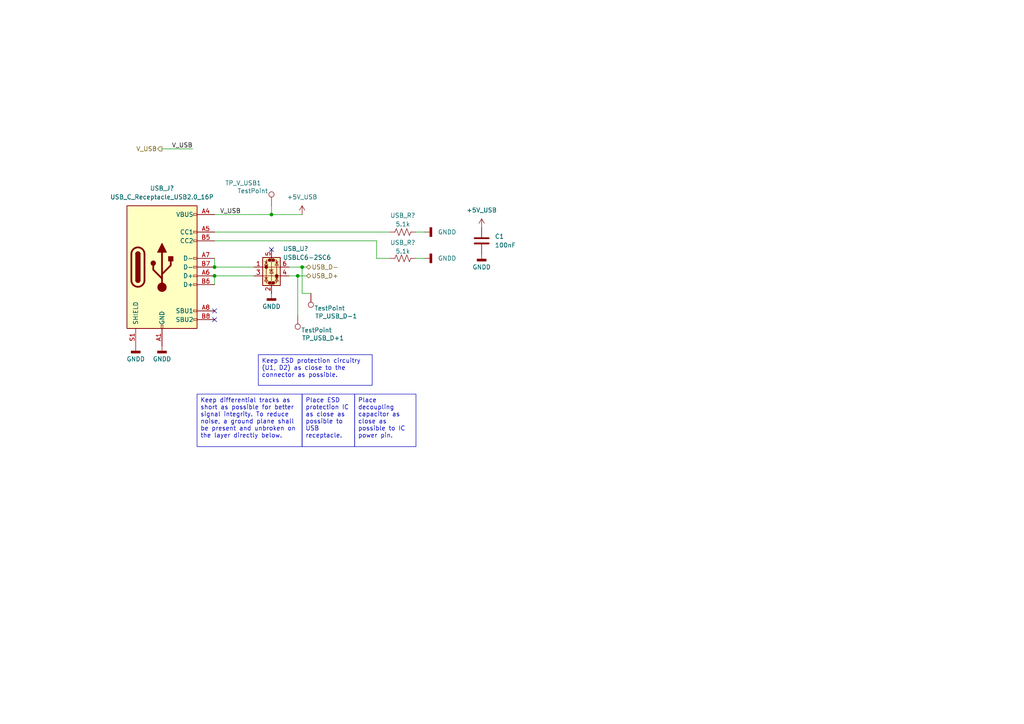
<source format=kicad_sch>
(kicad_sch (version 20250114) (generator "eeschema") (generator_version "9.0")
  (paper "A4")
  (title_block (title "Ride-Along Module") (date "2025-04-10") (rev "1") (company "Rowan Rocketry"))
  (lib_symbols
    (symbol "Connector:TestPoint" (pin_numbers (hide yes)) (pin_names (offset 0.762) (hide yes))
      (property "Reference" "TP" (at 0 6.858 0))
      (property "Value" "TestPoint" (at 0 5.08 0))
      (symbol "TestPoint_0_1"
        (circle (center 0 3.302) (radius 0.762))
      )
      (symbol "TestPoint_1_1"
        (pin passive line (at 0 0 90) (length 2.54) (name "1") (number "1"))
      )
    )
    (symbol "Connector:USB_C_Receptacle_USB2.0_16P" (pin_names (offset 1.016))
      (property "Reference" "J" (at 0 22.225 0))
      (property "Value" "USB_C_Receptacle_USB2.0_16P" (at 0 19.685 0))
      (symbol "USB_C_Receptacle_USB2.0_16P_0_0"
        (rectangle (start -0.254 -17.78) (end 0.254 -16.764))
        (rectangle (start 10.16 15.494) (end 9.144 14.986))
        (rectangle (start 10.16 10.414) (end 9.144 9.906))
        (rectangle (start 10.16 7.874) (end 9.144 7.366))
        (rectangle (start 10.16 2.794) (end 9.144 2.286))
        (rectangle (start 10.16 0.254) (end 9.144 -0.254))
        (rectangle (start 10.16 -2.286) (end 9.144 -2.794))
        (rectangle (start 10.16 -4.826) (end 9.144 -5.334))
        (rectangle (start 10.16 -12.446) (end 9.144 -12.954))
        (rectangle (start 10.16 -14.986) (end 9.144 -15.494))
      )
      (symbol "USB_C_Receptacle_USB2.0_16P_0_1"
        (rectangle (start -10.16 17.78) (end 10.16 -17.78) (stroke (width 0.254)) (fill (type background)))
        (polyline (pts (xy -8.89 -3.81) (xy -8.89 3.81)) (stroke (width 0.508)))
        (rectangle (start -7.62 -3.81) (end -6.35 3.81) (stroke (width 0.254)) (fill (type outline)))
        (arc (start -7.62 3.81) (mid -6.985 4.4423) (end -6.35 3.81) (stroke (width 0.254)))
        (arc (start -7.62 3.81) (mid -6.985 4.4423) (end -6.35 3.81) (stroke (width 0.254)) (fill (type outline)))
        (arc (start -8.89 3.81) (mid -6.985 5.7067) (end -5.08 3.81) (stroke (width 0.508)))
        (arc (start -5.08 -3.81) (mid -6.985 -5.7067) (end -8.89 -3.81) (stroke (width 0.508)))
        (arc (start -6.35 -3.81) (mid -6.985 -4.4423) (end -7.62 -3.81) (stroke (width 0.254)))
        (arc (start -6.35 -3.81) (mid -6.985 -4.4423) (end -7.62 -3.81) (stroke (width 0.254)) (fill (type outline)))
        (polyline (pts (xy -5.08 3.81) (xy -5.08 -3.81)) (stroke (width 0.508)))
        (circle (center -2.54 1.143) (radius 0.635) (stroke (width 0.254)) (fill (type outline)))
        (polyline (pts (xy -1.27 4.318) (xy 0 6.858) (xy 1.27 4.318) (xy -1.27 4.318)) (stroke (width 0.254)) (fill (type outline)))
        (polyline (pts (xy 0 -2.032) (xy 2.54 0.508) (xy 2.54 1.778)) (stroke (width 0.508)))
        (polyline (pts (xy 0 -3.302) (xy -2.54 -0.762) (xy -2.54 0.508)) (stroke (width 0.508)))
        (polyline (pts (xy 0 -5.842) (xy 0 4.318)) (stroke (width 0.508)))
        (circle (center 0 -5.842) (radius 1.27) (fill (type outline)))
        (rectangle (start 1.905 1.778) (end 3.175 3.048) (stroke (width 0.254)) (fill (type outline)))
      )
      (symbol "USB_C_Receptacle_USB2.0_16P_1_1"
        (pin passive line (at -7.62 -22.86 90) (length 5.08) (name "SHIELD") (number "S1"))
        (pin passive line (at 0 -22.86 90) (length 5.08) (name "GND") (number "A1"))
        (pin passive line (at 0 -22.86 90) (length 5.08) (hide yes) (name "GND") (number "A12"))
        (pin passive line (at 0 -22.86 90) (length 5.08) (hide yes) (name "GND") (number "B1"))
        (pin passive line (at 0 -22.86 90) (length 5.08) (hide yes) (name "GND") (number "B12"))
        (pin passive line (at 15.24 15.24 180) (length 5.08) (name "VBUS") (number "A4"))
        (pin passive line (at 15.24 15.24 180) (length 5.08) (hide yes) (name "VBUS") (number "A9"))
        (pin passive line (at 15.24 15.24 180) (length 5.08) (hide yes) (name "VBUS") (number "B4"))
        (pin passive line (at 15.24 15.24 180) (length 5.08) (hide yes) (name "VBUS") (number "B9"))
        (pin bidirectional line (at 15.24 10.16 180) (length 5.08) (name "CC1") (number "A5"))
        (pin bidirectional line (at 15.24 7.62 180) (length 5.08) (name "CC2") (number "B5"))
        (pin bidirectional line (at 15.24 2.54 180) (length 5.08) (name "D-") (number "A7"))
        (pin bidirectional line (at 15.24 0 180) (length 5.08) (name "D-") (number "B7"))
        (pin bidirectional line (at 15.24 -2.54 180) (length 5.08) (name "D+") (number "A6"))
        (pin bidirectional line (at 15.24 -5.08 180) (length 5.08) (name "D+") (number "B6"))
        (pin bidirectional line (at 15.24 -12.7 180) (length 5.08) (name "SBU1") (number "A8"))
        (pin bidirectional line (at 15.24 -15.24 180) (length 5.08) (name "SBU2") (number "B8"))
      )
    )
    (symbol "Device:C" (pin_numbers (hide yes)) (pin_names (offset 0.254))
      (property "Reference" "C" (at 0.635 2.54 0))
      (property "Value" "C" (at 0.635 -2.54 0))
      (symbol "C_0_1"
        (polyline (pts (xy -2.032 0.762) (xy 2.032 0.762)) (stroke (width 0.508)))
        (polyline (pts (xy -2.032 -0.762) (xy 2.032 -0.762)) (stroke (width 0.508)))
      )
      (symbol "C_1_1"
        (pin passive line (at 0 3.81 270) (length 2.794) (name "~") (number "1"))
        (pin passive line (at 0 -3.81 90) (length 2.794) (name "~") (number "2"))
      )
    )
    (symbol "Device:R_US" (pin_numbers (hide yes)) (pin_names (offset 0))
      (property "Reference" "R" (at 2.54 0 90))
      (property "Value" "R_US" (at -2.54 0 90))
      (symbol "R_US_0_1"
        (polyline (pts (xy 0 2.286) (xy 0 2.54)))
        (polyline (pts (xy 0 2.286) (xy 1.016 1.905) (xy 0 1.524) (xy -1.016 1.143) (xy 0 0.762)))
        (polyline (pts (xy 0 0.762) (xy 1.016 0.381) (xy 0 0) (xy -1.016 -0.381) (xy 0 -0.762)))
        (polyline (pts (xy 0 -0.762) (xy 1.016 -1.143) (xy 0 -1.524) (xy -1.016 -1.905) (xy 0 -2.286)))
        (polyline (pts (xy 0 -2.286) (xy 0 -2.54)))
      )
      (symbol "R_US_1_1"
        (pin passive line (at 0 3.81 270) (length 1.27) (name "~") (number "1"))
        (pin passive line (at 0 -3.81 90) (length 1.27) (name "~") (number "2"))
      )
    )
    (symbol "Power_Protection:USBLC6-2SC6" (pin_names (hide yes))
      (property "Reference" "U" (at 0.635 5.715 0))
      (property "Value" "USBLC6-2SC6" (at 0.635 3.81 0))
      (symbol "USBLC6-2SC6_0_0"
        (circle (center -1.524 0) (radius 0.0001) (stroke (width 0.508)))
        (circle (center -0.508 2.032) (radius 0.0001) (stroke (width 0.508)))
        (circle (center -0.508 -4.572) (radius 0.0001) (stroke (width 0.508)))
        (circle (center 0.508 2.032) (radius 0.0001) (stroke (width 0.508)))
        (circle (center 0.508 -4.572) (radius 0.0001) (stroke (width 0.508)))
        (circle (center 1.524 -2.54) (radius 0.0001) (stroke (width 0.508)))
      )
      (symbol "USBLC6-2SC6_0_1"
        (polyline (pts (xy -2.54 0) (xy 2.54 0)))
        (polyline (pts (xy -2.54 -2.54) (xy 2.54 -2.54)))
        (polyline (pts (xy -2.032 0.508) (xy -1.016 0.508) (xy -1.524 1.524) (xy -2.032 0.508)))
        (polyline (pts (xy -2.032 -3.048) (xy -1.016 -3.048)))
        (polyline (pts (xy -1.016 1.524) (xy -2.032 1.524)))
        (polyline (pts (xy -1.016 -4.064) (xy -2.032 -4.064) (xy -1.524 -3.048) (xy -1.016 -4.064)))
        (polyline (pts (xy -0.508 -1.143) (xy -0.508 -0.762) (xy 0.508 -0.762)))
        (polyline (pts (xy 0 2.54) (xy -0.508 2.032) (xy 0.508 2.032) (xy 0 1.524) (xy 0 -4.064) (xy -0.508 -4.572) (xy 0.508 -4.572) (xy 0 -5.08)))
        (polyline (pts (xy 0.508 -1.778) (xy -0.508 -1.778) (xy 0 -0.762) (xy 0.508 -1.778)))
        (polyline (pts (xy 1.016 1.524) (xy 2.032 1.524)))
        (polyline (pts (xy 1.016 -3.048) (xy 2.032 -3.048)))
        (polyline (pts (xy 2.032 0.508) (xy 1.016 0.508) (xy 1.524 1.524) (xy 2.032 0.508)))
        (polyline (pts (xy 2.032 -4.064) (xy 1.016 -4.064) (xy 1.524 -3.048) (xy 2.032 -4.064)))
      )
      (symbol "USBLC6-2SC6_1_1"
        (rectangle (start -2.54 2.794) (end 2.54 -5.334) (stroke (width 0.254)) (fill (type background)))
        (polyline (pts (xy -0.508 2.032) (xy -1.524 2.032) (xy -1.524 -4.572) (xy -0.508 -4.572)))
        (polyline (pts (xy 0.508 -4.572) (xy 1.524 -4.572) (xy 1.524 2.032) (xy 0.508 2.032)))
        (pin passive line (at -5.08 0 0) (length 2.54) (name "I/O1") (number "1"))
        (pin passive line (at -5.08 -2.54 0) (length 2.54) (name "I/O2") (number "3"))
        (pin passive line (at 0 5.08 270) (length 2.54) (name "VBUS") (number "5"))
        (pin passive line (at 0 -7.62 90) (length 2.54) (name "GND") (number "2"))
        (pin passive line (at 5.08 0 180) (length 2.54) (name "I/O1") (number "6"))
        (pin passive line (at 5.08 -2.54 180) (length 2.54) (name "I/O2") (number "4"))
      )
    )
    (symbol "power:+5V" (power) (pin_numbers (hide yes)) (pin_names (offset 0) (hide yes))
      (property "Value" "+5V" (at 0 3.556 0))
      (symbol "+5V_0_1"
        (polyline (pts (xy -0.762 1.27) (xy 0 2.54)))
        (polyline (pts (xy 0 2.54) (xy 0.762 1.27)))
        (polyline (pts (xy 0 0) (xy 0 2.54)))
      )
      (symbol "+5V_1_1"
        (pin power_in line (at 0 0 90) (length 0) (name "~") (number "1"))
      )
    )
    (symbol "power:GNDD" (power) (pin_numbers (hide yes)) (pin_names (offset 0) (hide yes))
      (property "Value" "GNDD" (at 0 -3.175 0))
      (symbol "GNDD_0_1"
        (rectangle (start -1.27 -1.524) (end 1.27 -2.032) (stroke (width 0.254)) (fill (type outline)))
        (polyline (pts (xy 0 0) (xy 0 -1.524)))
      )
      (symbol "GNDD_1_1"
        (pin power_in line (at 0 0 270) (length 0) (name "~") (number "1"))
      )
    )
  )
  (text_box "Place decoupling capacitor as close as possible to IC power pin." (at 102.87 114.3 0) (size 17.78 15.24) (margins 0.9525 0.9525 0.9525 0.9525) (effects (font (size 1.27 1.27)) (justify left top)))
  (text_box "Keep differential tracks as short as possible for better signal integrity. To reduce noise, a ground plane shall be present and unbroken on the layer directly below." (at 57.15 114.3 0) (size 30.48 15.24) (margins 0.9525 0.9525 0.9525 0.9525) (effects (font (size 1.27 1.27)) (justify left top)))
  (text_box "Place ESD protection IC as close as possible to USB receptacle." (at 87.63 114.3 0) (size 15.24 15.24) (margins 0.9525 0.9525 0.9525 0.9525) (effects (font (size 1.27 1.27)) (justify left top)))
  (text_box "Keep ESD protection circuitry (U1, D2) as close to the connector as possible." (at 74.93 102.87 0) (size 33.02 8.89) (margins 0.9525 0.9525 0.9525 0.9525) (effects (font (size 1.27 1.27)) (justify left top)))
  (junction (at 62.23 77.47))
  (junction (at 78.74 62.23))
  (junction (at 86.36 80.01))
  (junction (at 87.63 77.47))
  (junction (at 62.23 80.01))
  (no_connect (at 78.74 72.39))
  (no_connect (at 62.23 90.17))
  (no_connect (at 62.23 92.71))
  (wire (pts (xy 62.23 62.23) (xy 78.74 62.23)))
  (wire (pts (xy 88.9 80.01) (xy 86.36 80.01)))
  (wire (pts (xy 78.74 59.69) (xy 78.74 62.23)))
  (wire (pts (xy 87.63 77.47) (xy 87.63 85.09)))
  (wire (pts (xy 55.88 43.18) (xy 46.99 43.18)))
  (wire (pts (xy 120.65 74.93) (xy 123.19 74.93)))
  (wire (pts (xy 86.36 80.01) (xy 83.82 80.01)))
  (wire (pts (xy 88.9 77.47) (xy 87.63 77.47)))
  (wire (pts (xy 87.63 85.09) (xy 90.17 85.09)))
  (wire (pts (xy 62.23 80.01) (xy 73.66 80.01)))
  (wire (pts (xy 109.22 69.85) (xy 109.22 74.93)))
  (wire (pts (xy 87.63 77.47) (xy 83.82 77.47)))
  (wire (pts (xy 62.23 69.85) (xy 109.22 69.85)))
  (wire (pts (xy 62.23 74.93) (xy 62.23 77.47)))
  (wire (pts (xy 86.36 80.01) (xy 86.36 91.44)))
  (wire (pts (xy 120.65 67.31) (xy 123.19 67.31)))
  (wire (pts (xy 78.74 62.23) (xy 87.63 62.23)))
  (wire (pts (xy 62.23 82.55) (xy 62.23 80.01)))
  (wire (pts (xy 109.22 74.93) (xy 113.03 74.93)))
  (wire (pts (xy 62.23 67.31) (xy 113.03 67.31)))
  (wire (pts (xy 62.23 77.47) (xy 73.66 77.47)))
  (label "V_USB" (at 69.85 62.23 180))
  (label "V_USB" (at 55.88 43.18 180))
  (hierarchical_label "USB_D-" (shape bidirectional) (at 88.9 77.47 0))
  (hierarchical_label "V_USB" (shape output) (at 46.99 43.18 180))
  (hierarchical_label "USB_D+" (shape bidirectional) (at 88.9 80.01 0))
  (symbol (lib_id "Power_Protection:USBLC6-2SC6") (at 78.74 77.47 0) (unit 1)
    (property "Reference" "U2" (at 82.042 72.136 0) (effects (justify left)))
    (property "Value" "USBLC6-2SC6" (at 82.042 74.676 0) (effects (justify left)))
    (property "Footprint" "Package_TO_SOT_SMD:SOT-23-6" (effects (hide yes)))
    (property "Datasheet" "https://www.st.com/resource/en/datasheet/usblc6-2.pdf" (effects (hide yes)))
    (property "Description" "Very low capacitance ESD protection diode, 2 data-line, SOT-23-6" (effects (hide yes)))
    (property "Purchase" "https://www.digikey.com/en/products/detail/stmicroelectronics/USBLC6-2SC6/1040559" (effects (hide yes)))
    (instances (project "Radio-Module" (path "" (reference "USB_U?") (unit 1))) (project "Radio-Module" (path "" (reference "U2") (unit 1))) (project "Main-Module" (path "" (reference "USB_U1") (unit 1))))
  )
  (symbol (lib_id "Connector:USB_C_Receptacle_USB2.0_16P") (at 46.99 77.47 0) (unit 1)
    (property "Reference" "J3" (at 46.99 54.61 0))
    (property "Value" "USB_C_Receptacle_USB2.0_16P" (at 46.99 57.15 0))
    (property "Footprint" "Connector_USB:USB_C_Receptacle_GCT_USB4105-xx-A_16P_TopMnt_Horizontal" (effects (hide yes)))
    (property "Datasheet" "https://www.usb.org/sites/default/files/documents/usb_type-c.zip" (effects (hide yes)))
    (property "Description" "USB 2.0-only 16P Type-C Receptacle connector" (effects (hide yes)))
    (property "Purchase" "https://www.digikey.com/en/products/detail/gct/USB4105-GF-A/11198441" (effects (hide yes)))
    (instances (project "Radio-Module" (path "" (reference "USB_J?") (unit 1))) (project "Radio-Module" (path "" (reference "J3") (unit 1))) (project "Main-Module" (path "" (reference "USB_J1") (unit 1))))
  )
  (symbol (lib_id "power:GNDD") (at 46.99 100.33 0) (unit 1)
    (property "Reference" "#PWR032" (effects (hide yes)))
    (property "Value" "GNDD" (at 46.99 104.14 0))
    (property "Description" "Power symbol creates a global label with name \"GNDD\" , digital ground" (effects (hide yes)))
    (instances (project "Radio-Module" (path "" (reference "#PWR?") (unit 1))) (project "Radio-Module" (path "" (reference "#PWR032") (unit 1))) (project "Main-Module" (path "" (reference "#PWR037") (unit 1))))
  )
  (symbol (lib_id "power:GNDD") (at 139.7 73.66 0) (unit 1)
    (property "Reference" "#PWR038" (effects (hide yes)))
    (property "Value" "GNDD" (at 139.7 77.47 0))
    (property "Description" "Power symbol creates a global label with name \"GNDD\" , digital ground" (effects (hide yes)))
  )
  (symbol (lib_id "Connector:TestPoint") (at 90.17 85.09 180) (unit 1)
    (property "Reference" "TP_USB_D-1" (at 103.632 91.694 0) (effects (justify left)))
    (property "Value" "TestPoint" (at 100.076 89.408 0) (effects (justify left)))
    (property "Footprint" "TestPoint:TestPoint_Loop_D2.54mm_Drill1.5mm_Beaded" (effects (hide yes)))
    (property "Datasheet" "https://www.keyelco.com/userAssets/file/M65p56.pdf" (effects (hide yes)))
    (property "Description" "test point" (effects (hide yes)))
    (property "Purchase" "https://www.digikey.com/en/products/detail/keystone-electronics/5000/255326" (effects (hide yes)))
  )
  (symbol (lib_id "power:GNDD") (at 39.37 100.33 0) (unit 1)
    (property "Reference" "#PWR031" (effects (hide yes)))
    (property "Value" "GNDD" (at 39.37 104.14 0))
    (property "Description" "Power symbol creates a global label with name \"GNDD\" , digital ground" (effects (hide yes)))
    (instances (project "Radio-Module" (path "" (reference "#PWR?") (unit 1))) (project "Radio-Module" (path "" (reference "#PWR031") (unit 1))) (project "Main-Module" (path "" (reference "#PWR036") (unit 1))))
  )
  (symbol (lib_id "power:+5V") (at 87.63 62.23 0) (unit 1)
    (property "Reference" "#PWR034" (effects (hide yes)))
    (property "Value" "+5V_USB" (at 87.63 57.15 0))
    (property "Description" "Power symbol creates a global label with name \"+5V\"" (effects (hide yes)))
  )
  (symbol (lib_id "Device:R_US") (at 116.84 74.93 90) (unit 1)
    (property "Reference" "R7" (at 116.84 70.358 90))
    (property "Value" "5.1k" (at 116.84 72.898 90))
    (property "Footprint" "Resistor_SMD:R_0603_1608Metric" (effects (hide yes)))
    (property "Description" "Resistor, US symbol" (effects (hide yes)))
    (instances (project "Radio-Module" (path "" (reference "USB_R?") (unit 1))) (project "Radio-Module" (path "" (reference "R7") (unit 1))) (project "Main-Module" (path "" (reference "USB_R2") (unit 1))))
  )
  (symbol (lib_id "Connector:TestPoint") (at 86.36 91.44 180) (unit 1)
    (property "Reference" "TP_USB_D+1" (at 99.822 98.044 0) (effects (justify left)))
    (property "Value" "TestPoint" (at 96.266 95.758 0) (effects (justify left)))
    (property "Footprint" "TestPoint:TestPoint_Loop_D2.54mm_Drill1.5mm_Beaded" (effects (hide yes)))
    (property "Datasheet" "https://www.keyelco.com/userAssets/file/M65p56.pdf" (effects (hide yes)))
    (property "Description" "test point" (effects (hide yes)))
    (property "Purchase" "https://www.digikey.com/en/products/detail/keystone-electronics/5000/255326" (effects (hide yes)))
  )
  (symbol (lib_id "Device:R_US") (at 116.84 67.31 90) (unit 1)
    (property "Reference" "R6" (at 116.84 62.484 90))
    (property "Value" "5.1k" (at 116.84 65.024 90))
    (property "Footprint" "Resistor_SMD:R_0603_1608Metric" (effects (hide yes)))
    (property "Description" "Resistor, US symbol" (effects (hide yes)))
    (instances (project "Radio-Module" (path "" (reference "USB_R?") (unit 1))) (project "Radio-Module" (path "" (reference "R6") (unit 1))) (project "Main-Module" (path "" (reference "USB_R1") (unit 1))))
  )
  (symbol (lib_id "power:+5V") (at 139.7 66.04 0) (unit 1)
    (property "Reference" "#PWR037" (effects (hide yes)))
    (property "Value" "+5V_USB" (at 139.7 60.96 0))
    (property "Description" "Power symbol creates a global label with name \"+5V\"" (effects (hide yes)))
  )
  (symbol (lib_id "Connector:TestPoint") (at 78.74 59.69 0) (unit 1)
    (property "Reference" "TP_V_USB1" (at 65.278 53.086 0) (effects (justify left)))
    (property "Value" "TestPoint" (at 68.834 55.372 0) (effects (justify left)))
    (property "Footprint" "TestPoint:TestPoint_Loop_D2.54mm_Drill1.5mm_Beaded" (effects (hide yes)))
    (property "Datasheet" "https://www.keyelco.com/userAssets/file/M65p56.pdf" (effects (hide yes)))
    (property "Description" "test point" (effects (hide yes)))
    (property "Purchase" "https://www.digikey.com/en/products/detail/keystone-electronics/5000/255326" (effects (hide yes)))
  )
  (symbol (lib_id "Device:C") (at 139.7 69.85 0) (unit 1)
    (property "Reference" "C1" (at 143.51 68.5799 0) (effects (justify left)))
    (property "Value" "100nF" (at 143.51 71.1199 0) (effects (justify left)))
    (property "Footprint" "Capacitor_SMD:C_0603_1608Metric_Pad1.08x0.95mm_HandSolder" (effects (hide yes)))
    (property "Description" "Unpolarized capacitor" (effects (hide yes)))
  )
  (symbol (lib_id "power:GNDD") (at 123.19 74.93 90) (unit 1)
    (property "Reference" "#PWR036" (effects (hide yes)))
    (property "Value" "GNDD" (at 127 74.9299 90) (effects (justify right)))
    (property "Description" "Power symbol creates a global label with name \"GNDD\" , digital ground" (effects (hide yes)))
    (instances (project "Radio-Module" (path "" (reference "#PWR?") (unit 1))) (project "Radio-Module" (path "" (reference "#PWR036") (unit 1))) (project "Main-Module" (path "" (reference "#PWR041") (unit 1))))
  )
  (symbol (lib_id "power:GNDD") (at 78.74 85.09 0) (unit 1)
    (property "Reference" "#PWR033" (effects (hide yes)))
    (property "Value" "GNDD" (at 78.74 88.9 0))
    (property "Description" "Power symbol creates a global label with name \"GNDD\" , digital ground" (effects (hide yes)))
    (instances (project "Radio-Module" (path "" (reference "#PWR?") (unit 1))) (project "Radio-Module" (path "" (reference "#PWR033") (unit 1))) (project "Main-Module" (path "" (reference "#PWR038") (unit 1))))
  )
  (symbol (lib_id "power:GNDD") (at 123.19 67.31 90) (unit 1)
    (property "Reference" "#PWR035" (effects (hide yes)))
    (property "Value" "GNDD" (at 127 67.3099 90) (effects (justify right)))
    (property "Description" "Power symbol creates a global label with name \"GNDD\" , digital ground" (effects (hide yes)))
    (instances (project "Radio-Module" (path "" (reference "#PWR?") (unit 1))) (project "Radio-Module" (path "" (reference "#PWR035") (unit 1))) (project "Main-Module" (path "" (reference "#PWR040") (unit 1))))
  )
)
</source>
